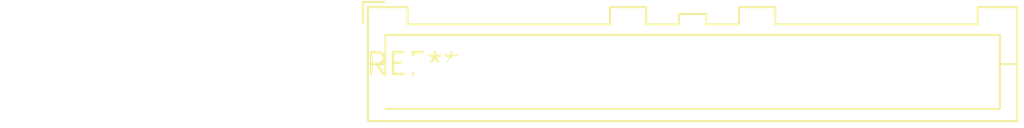
<source format=kicad_pcb>
(kicad_pcb (version 20240108) (generator pcbnew)
  (layers (0 "F.Cu" signal) (31 "B.Cu" signal) (34 "B.Paste" user) (35 "F.Paste" user) (36 "B.SilkS" user "B.Silkscreen") (37 "F.SilkS" user "F.Silkscreen") (38 "B.Mask" user) (39 "F.Mask" user) (44 "Edge.Cuts" user))
  (net 0 "")
  (footprint "JST_XA_B14B-XASK-1-A_1x14_P2.50mm_Vertical" (layer "F.Cu") (at 0 0)
    (property "Reference" "REF**")
    (property "Value" "JST_XA_B14B-XASK-1-A_1x14_P2.50mm_Vertical")
    (fp_line (start -2.91 -3.61) (end -2.91 -2.36) (layer "F.SilkS") (stroke (width 0.12)))
    (fp_line (start -2.61 -3.31) (end -2.61 3.31) (layer "F.SilkS") (stroke (width 0.12)))
    (fp_line (start -2.61 0) (end -1.6 0) (layer "F.SilkS") (stroke (width 0.12)))
    (fp_line (start -2.61 3.31) (end 35.11 3.31) (layer "F.SilkS") (stroke (width 0.12)))
    (fp_line (start -1.66 -3.61) (end -2.91 -3.61) (layer "F.SilkS") (stroke (width 0.12)))
    (fp_line (start -1.6 -1.7) (end 34.1 -1.7) (layer "F.SilkS") (stroke (width 0.12)))
    (fp_line (start -1.6 0.6) (end -1.6 -1.7) (layer "F.SilkS") (stroke (width 0.12)))
    (fp_line (start -0.31 -3.31) (end -2.61 -3.31) (layer "F.SilkS") (stroke (width 0.12)))
    (fp_line (start -0.31 -2.31) (end -0.31 -3.31) (layer "F.SilkS") (stroke (width 0.12)))
    (fp_line (start 11.45 -3.31) (end 11.45 -2.31) (layer "F.SilkS") (stroke (width 0.12)))
    (fp_line (start 11.45 -2.31) (end -0.31 -2.31) (layer "F.SilkS") (stroke (width 0.12)))
    (fp_line (start 13.55 -3.31) (end 11.45 -3.31) (layer "F.SilkS") (stroke (width 0.12)))
    (fp_line (start 13.55 -2.31) (end 13.55 -3.31) (layer "F.SilkS") (stroke (width 0.12)))
    (fp_line (start 15.45 -2.91) (end 15.45 -2.31) (layer "F.SilkS") (stroke (width 0.12)))
    (fp_line (start 15.45 -2.31) (end 13.55 -2.31) (layer "F.SilkS") (stroke (width 0.12)))
    (fp_line (start 17.05 -2.91) (end 15.45 -2.91) (layer "F.SilkS") (stroke (width 0.12)))
    (fp_line (start 17.05 -2.31) (end 17.05 -2.91) (layer "F.SilkS") (stroke (width 0.12)))
    (fp_line (start 18.95 -3.31) (end 18.95 -2.31) (layer "F.SilkS") (stroke (width 0.12)))
    (fp_line (start 18.95 -2.31) (end 17.05 -2.31) (layer "F.SilkS") (stroke (width 0.12)))
    (fp_line (start 21.05 -3.31) (end 18.95 -3.31) (layer "F.SilkS") (stroke (width 0.12)))
    (fp_line (start 21.05 -2.31) (end 21.05 -3.31) (layer "F.SilkS") (stroke (width 0.12)))
    (fp_line (start 32.81 -3.31) (end 32.81 -2.31) (layer "F.SilkS") (stroke (width 0.12)))
    (fp_line (start 32.81 -2.31) (end 21.05 -2.31) (layer "F.SilkS") (stroke (width 0.12)))
    (fp_line (start 34.1 -1.7) (end 34.1 2.6) (layer "F.SilkS") (stroke (width 0.12)))
    (fp_line (start 34.1 2.6) (end -1.6 2.6) (layer "F.SilkS") (stroke (width 0.12)))
    (fp_line (start 35.11 -3.31) (end 32.81 -3.31) (layer "F.SilkS") (stroke (width 0.12)))
    (fp_line (start 35.11 0) (end 34.1 0) (layer "F.SilkS") (stroke (width 0.12)))
    (fp_line (start 35.11 3.31) (end 35.11 -3.31) (layer "F.SilkS") (stroke (width 0.12)))
    (pad "" np_thru_hole circle (at -1.6 1.6) (size 1.25 1.25) (drill 1.25) (layers *.Cu *.Mask))
    (pad "1" thru_hole roundrect (at 0 0) (size 1.7 1.95) (drill 0.95) (layers *.Cu *.Mask) (remove_unused_layers) (roundrect_rratio 0.147059))
    (pad "2" thru_hole oval (at 2.5 0) (size 1.7 1.95) (drill 0.95) (layers *.Cu *.Mask) (remove_unused_layers))
    (pad "3" thru_hole oval (at 5 0) (size 1.7 1.95) (drill 0.95) (layers *.Cu *.Mask) (remove_unused_layers))
    (pad "4" thru_hole oval (at 7.5 0) (size 1.7 1.95) (drill 0.95) (layers *.Cu *.Mask) (remove_unused_layers))
    (pad "5" thru_hole oval (at 10 0) (size 1.7 1.95) (drill 0.95) (layers *.Cu *.Mask) (remove_unused_layers))
    (pad "6" thru_hole oval (at 12.5 0) (size 1.7 1.95) (drill 0.95) (layers *.Cu *.Mask) (remove_unused_layers))
    (pad "7" thru_hole oval (at 15 0) (size 1.7 1.95) (drill 0.95) (layers *.Cu *.Mask) (remove_unused_layers))
    (pad "8" thru_hole oval (at 17.5 0) (size 1.7 1.95) (drill 0.95) (layers *.Cu *.Mask) (remove_unused_layers))
    (pad "9" thru_hole oval (at 20 0) (size 1.7 1.95) (drill 0.95) (layers *.Cu *.Mask) (remove_unused_layers))
    (pad "10" thru_hole oval (at 22.5 0) (size 1.7 1.95) (drill 0.95) (layers *.Cu *.Mask) (remove_unused_layers))
    (pad "11" thru_hole oval (at 25 0) (size 1.7 1.95) (drill 0.95) (layers *.Cu *.Mask) (remove_unused_layers))
    (pad "12" thru_hole oval (at 27.5 0) (size 1.7 1.95) (drill 0.95) (layers *.Cu *.Mask) (remove_unused_layers))
    (pad "13" thru_hole oval (at 30 0) (size 1.7 1.95) (drill 0.95) (layers *.Cu *.Mask) (remove_unused_layers))
    (pad "14" thru_hole oval (at 32.5 0) (size 1.7 1.95) (drill 0.95) (layers *.Cu *.Mask) (remove_unused_layers))
  )
)
</source>
